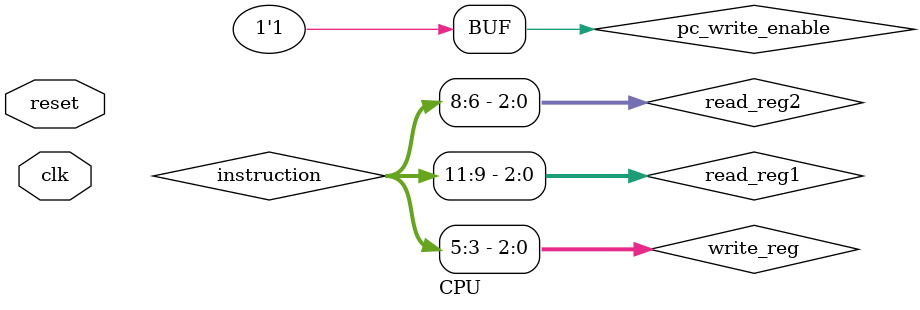
<source format=v>
`timescale 1ns / 1ps
module CPU (
    input wire clk,       // Clock signal
    input wire reset      // Reset signal
);

    // Program Counter signals
    wire [15:0] pc_out;
    wire [15:0] pc_next;
    wire pc_write_enable = 1;

    // Instruction Memory signals
    wire [15:0] instruction;

    // Control Unit signals
    wire regWrite;
    wire memRead;
    wire memWrite;
    wire [1:0] aluOp;
    wire jump;

    // Register File signals
    wire [2:0] read_reg1 = instruction[11:9];
    wire [2:0] read_reg2 = instruction[8:6];
    wire [2:0] write_reg = instruction[5:3];
    wire [15:0] read_data1;
    wire [15:0] read_data2;
    wire [15:0] write_data;

    // ALU signals
    wire [15:0] alu_result;
    wire zero_flag;

    // Data Memory signals
    wire [15:0] data_memory_out;

    // Instantiate Program Counter
    ProgramCounter PC (
        .clk(clk),
        .reset(reset),
        .pc_in(pc_next),
        .pc_write_enable(pc_write_enable),
        .pc_out(pc_out)
    );

    // Instantiate Instruction Memory
    InstructionMemory IM (
        .address(pc_out),
        .instruction(instruction)
    );

    // Instantiate Control Unit
    ControlUnit CU (
        .opcode(instruction[15:12]),
        .regWrite(regWrite),
        .memRead(memRead),
        .memWrite(memWrite),
        .aluOp(aluOp),
        .jump(jump)
    );

    // Instantiate Register File
    RegisterFile RF (
        .clk(clk),
        .read_reg1(read_reg1),
        .read_reg2(read_reg2),
        .write_reg(write_reg),
        .write_data(write_data),
        .reg_write(regWrite),
        .read_data1(read_data1),
        .read_data2(read_data2)
    );

    // Instantiate ALU
    ALU alu (
        .A(read_data1),
        .B(read_data2),
        .ALUOp(aluOp),
        .Result(alu_result),
        .Zero(zero_flag)
    );

    // Instantiate Data Memory
    DataMemory DM (
        .address(alu_result[7:0]), // Use lower 8 bits for memory address
        .writeData(read_data2),    // Write data comes from read_data2
        .memRead(memRead),
        .memWrite(memWrite),
        .readData(data_memory_out)
    );

    // Mux for write_data (Data from ALU or Data Memory)
    assign write_data = memRead ? data_memory_out : alu_result;

    // Program Counter update logic
    assign pc_next = jump ? alu_result : (pc_out + 1);

endmodule

</source>
